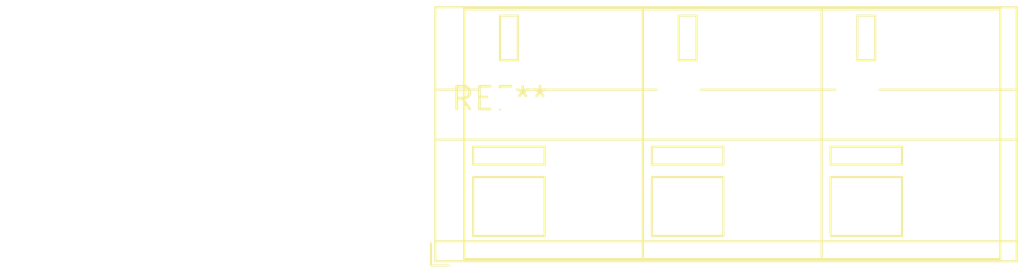
<source format=kicad_pcb>
(kicad_pcb (version 20240108) (generator pcbnew)
  (layers (0 "F.Cu" signal) (31 "B.Cu" signal) (34 "B.Paste" user) (35 "F.Paste" user) (36 "B.SilkS" user "B.Silkscreen") (37 "F.SilkS" user "F.Silkscreen") (38 "B.Mask" user) (39 "F.Mask" user) (44 "Edge.Cuts" user))
  (net 0 "")
  (footprint "TerminalBlock_WAGO_236-303_1x03_P10.00mm_45Degree" (layer "F.Cu") (at 0 0)
    (property "Reference" "REF**")
    (property "Value" "TerminalBlock_WAGO_236-303_1x03_P10.00mm_45Degree")
    (fp_line (start -3.86 8.12) (end -3.86 9.36) (layer "F.SilkS") (stroke (width 0.12)))
    (fp_line (start -3.86 9.36) (end -2.86 9.36) (layer "F.SilkS") (stroke (width 0.12)))
    (fp_line (start -3.62 -5.12) (end -3.62 9.12) (layer "F.SilkS") (stroke (width 0.12)))
    (fp_line (start -3.62 -5.12) (end 28.92 -5.12) (layer "F.SilkS") (stroke (width 0.12)))
    (fp_line (start -3.62 -0.5) (end -1.23 -0.5) (layer "F.SilkS") (stroke (width 0.12)))
    (fp_line (start -3.62 2.3) (end 28.92 2.3) (layer "F.SilkS") (stroke (width 0.12)))
    (fp_line (start -3.62 8) (end 28.92 8) (layer "F.SilkS") (stroke (width 0.12)))
    (fp_line (start -3.62 9.12) (end 28.92 9.12) (layer "F.SilkS") (stroke (width 0.12)))
    (fp_line (start -2 -5) (end -2 9) (layer "F.SilkS") (stroke (width 0.12)))
    (fp_line (start -2 -5) (end 8 -5) (layer "F.SilkS") (stroke (width 0.12)))
    (fp_line (start -2 9) (end 8 9) (layer "F.SilkS") (stroke (width 0.12)))
    (fp_line (start -1.5 2.7) (end -1.5 3.7) (layer "F.SilkS") (stroke (width 0.12)))
    (fp_line (start -1.5 2.7) (end 2.5 2.7) (layer "F.SilkS") (stroke (width 0.12)))
    (fp_line (start -1.5 3.7) (end 2.5 3.7) (layer "F.SilkS") (stroke (width 0.12)))
    (fp_line (start -1.5 4.4) (end -1.5 7.7) (layer "F.SilkS") (stroke (width 0.12)))
    (fp_line (start -1.5 4.4) (end 2.5 4.4) (layer "F.SilkS") (stroke (width 0.12)))
    (fp_line (start -1.5 7.7) (end 2.5 7.7) (layer "F.SilkS") (stroke (width 0.12)))
    (fp_line (start 0 -4.65) (end 0 -2.151) (layer "F.SilkS") (stroke (width 0.12)))
    (fp_line (start 0 -4.65) (end 1 -4.65) (layer "F.SilkS") (stroke (width 0.12)))
    (fp_line (start 0 -2.151) (end 1 -2.151) (layer "F.SilkS") (stroke (width 0.12)))
    (fp_line (start 1 -4.65) (end 1 -2.151) (layer "F.SilkS") (stroke (width 0.12)))
    (fp_line (start 1.23 -0.5) (end 8.77 -0.5) (layer "F.SilkS") (stroke (width 0.12)))
    (fp_line (start 2.5 2.7) (end 2.5 3.7) (layer "F.SilkS") (stroke (width 0.12)))
    (fp_line (start 2.5 4.4) (end 2.5 7.7) (layer "F.SilkS") (stroke (width 0.12)))
    (fp_line (start 8 -5) (end 8 9) (layer "F.SilkS") (stroke (width 0.12)))
    (fp_line (start 8 -5) (end 8 9) (layer "F.SilkS") (stroke (width 0.12)))
    (fp_line (start 8 -5) (end 18 -5) (layer "F.SilkS") (stroke (width 0.12)))
    (fp_line (start 8 9) (end 18 9) (layer "F.SilkS") (stroke (width 0.12)))
    (fp_line (start 8.5 2.7) (end 8.5 3.7) (layer "F.SilkS") (stroke (width 0.12)))
    (fp_line (start 8.5 2.7) (end 12.5 2.7) (layer "F.SilkS") (stroke (width 0.12)))
    (fp_line (start 8.5 3.7) (end 12.5 3.7) (layer "F.SilkS") (stroke (width 0.12)))
    (fp_line (start 8.5 4.4) (end 8.5 7.7) (layer "F.SilkS") (stroke (width 0.12)))
    (fp_line (start 8.5 4.4) (end 12.5 4.4) (layer "F.SilkS") (stroke (width 0.12)))
    (fp_line (start 8.5 7.7) (end 12.5 7.7) (layer "F.SilkS") (stroke (width 0.12)))
    (fp_line (start 10 -4.65) (end 10 -2.151) (layer "F.SilkS") (stroke (width 0.12)))
    (fp_line (start 10 -4.65) (end 11 -4.65) (layer "F.SilkS") (stroke (width 0.12)))
    (fp_line (start 10 -2.151) (end 11 -2.151) (layer "F.SilkS") (stroke (width 0.12)))
    (fp_line (start 11 -4.65) (end 11 -2.151) (layer "F.SilkS") (stroke (width 0.12)))
    (fp_line (start 11.23 -0.5) (end 18.77 -0.5) (layer "F.SilkS") (stroke (width 0.12)))
    (fp_line (start 12.5 2.7) (end 12.5 3.7) (layer "F.SilkS") (stroke (width 0.12)))
    (fp_line (start 12.5 4.4) (end 12.5 7.7) (layer "F.SilkS") (stroke (width 0.12)))
    (fp_line (start 18 -5) (end 18 9) (layer "F.SilkS") (stroke (width 0.12)))
    (fp_line (start 18 -5) (end 18 9) (layer "F.SilkS") (stroke (width 0.12)))
    (fp_line (start 18 -5) (end 28 -5) (layer "F.SilkS") (stroke (width 0.12)))
    (fp_line (start 18 9) (end 28 9) (layer "F.SilkS") (stroke (width 0.12)))
    (fp_line (start 18.5 2.7) (end 18.5 3.7) (layer "F.SilkS") (stroke (width 0.12)))
    (fp_line (start 18.5 2.7) (end 22.5 2.7) (layer "F.SilkS") (stroke (width 0.12)))
    (fp_line (start 18.5 3.7) (end 22.5 3.7) (layer "F.SilkS") (stroke (width 0.12)))
    (fp_line (start 18.5 4.4) (end 18.5 7.7) (layer "F.SilkS") (stroke (width 0.12)))
    (fp_line (start 18.5 4.4) (end 22.5 4.4) (layer "F.SilkS") (stroke (width 0.12)))
    (fp_line (start 18.5 7.7) (end 22.5 7.7) (layer "F.SilkS") (stroke (width 0.12)))
    (fp_line (start 20 -4.65) (end 20 -2.151) (layer "F.SilkS") (stroke (width 0.12)))
    (fp_line (start 20 -4.65) (end 21 -4.65) (layer "F.SilkS") (stroke (width 0.12)))
    (fp_line (start 20 -2.151) (end 21 -2.151) (layer "F.SilkS") (stroke (width 0.12)))
    (fp_line (start 21 -4.65) (end 21 -2.151) (layer "F.SilkS") (stroke (width 0.12)))
    (fp_line (start 21.23 -0.5) (end 28.92 -0.5) (layer "F.SilkS") (stroke (width 0.12)))
    (fp_line (start 22.5 2.7) (end 22.5 3.7) (layer "F.SilkS") (stroke (width 0.12)))
    (fp_line (start 22.5 4.4) (end 22.5 7.7) (layer "F.SilkS") (stroke (width 0.12)))
    (fp_line (start 28 -5) (end 28 9) (layer "F.SilkS") (stroke (width 0.12)))
    (fp_line (start 28.92 -5.12) (end 28.92 9.12) (layer "F.SilkS") (stroke (width 0.12)))
    (pad "1" thru_hole rect (at 0 0) (size 1.5 3) (drill 1.15) (layers *.Cu *.Mask) (remove_unused_layers))
    (pad "2" thru_hole oval (at 10 0) (size 1.5 3) (drill 1.15) (layers *.Cu *.Mask) (remove_unused_layers))
    (pad "3" thru_hole oval (at 20 0) (size 1.5 3) (drill 1.15) (layers *.Cu *.Mask) (remove_unused_layers))
  )
)
</source>
